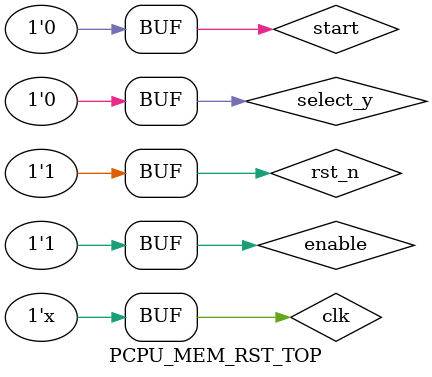
<source format=v>
`timescale 1ns / 1ps
`include "../DEFINE_CPU.v"
`include "../PIPE_CPU.v"
`include "../I_MEMORY.v"
`include "../D_MEMORY.v"


module PCPU_MEM_RST_TOP;

    // Inputs
    reg clk;
    reg enable;
    reg rst_n;
    reg start;
    reg select_y;
    
    // Wires
    wire [15:0] i_datain;
    wire [15:0] d_datain;
    wire [7:0] i_addr;
    wire [7:0] d_addr;
    wire d_we;
    wire [15:0] d_dataout;

    // Instantiate the Unit Under Test (UUT)
    PIPE_CPU uut (
        .clk(clk), 
        .enable(enable), 
        .rst_n(rst_n), 
        .start(start), 
        .i_datain(i_datain), 
        .d_datain(d_datain), 
        .i_addr(i_addr), 
        .d_addr(d_addr), 
        .d_we(d_we), 
        .d_dataout(d_dataout)
    );
    I_MEMORY i_mem (
        .clk(clk),
        .rst(rst),
        .addr(i_addr),
        .we(1'b0),
        .datain(16'b0000_0000_0000_0000),
        .dataout(i_datain)
    );
    D_MEMORY d_mem (
        .clk(clk),
        .rst(rst),
        .addr(d_addr),
        .we(d_we),
        .datain(d_dataout),
        .dataout(d_datain)
    );

    initial begin
        // Initialize Inputs
        clk = 0;
        enable = 0;
        rst_n = 1;
        start = 0;
        select_y = 0;

        // Wait 100 ns for global rst_n to finish
        #100;
        
        // Add stimulus here
        $display("pc :               id_ir                :reg_A :reg_B :reg_C\
: da  :  dd  : w : reC1 :  gr1  :  gr2  :  gr3   :zf :nf:cf");
        $monitor("%h : %b : %h : %h : %h : %h : %h : %b : %h : %h : %h : %h : %b : %b : %b", 
            uut.pc, uut.id_ir, uut.reg_A, uut.reg_B, uut.reg_C,
            d_addr, d_dataout, d_we, uut.reg_C1, uut.gr[1], uut.gr[2], uut.gr[3],
            uut.zf, uut.nf, uut.cf);

        #10 rst_n <= 0;
        #10 rst_n <= 1;
        #10 enable <= 1;
        #10 start <=1;
        #10 start <= 0;
    end
    
    always #5
        clk = ~clk;
      
endmodule


</source>
